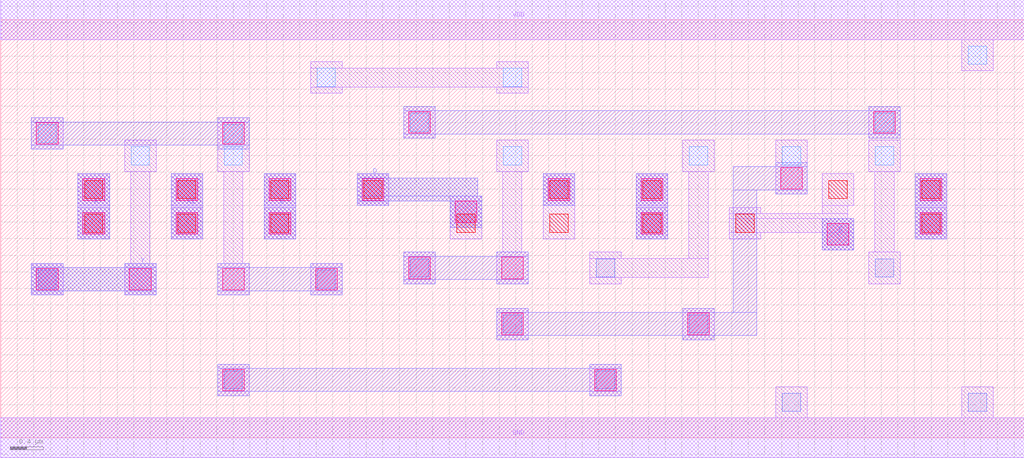
<source format=lef>
MACRO AOOAOAOI212111
 CLASS CORE ;
 FOREIGN AOOAOAOI212111 0 0 ;
 SIZE 12.32 BY 5.04 ;
 ORIGIN 0 0 ;
 SYMMETRY X Y R90 ;
 SITE unit ;
  PIN VDD
   DIRECTION INOUT ;
   USE POWER ;
   SHAPE ABUTMENT ;
    PORT
     CLASS CORE ;
       LAYER met1 ;
        RECT 0.00000000 4.80000000 12.32000000 5.28000000 ;
    END
  END VDD

  PIN GND
   DIRECTION INOUT ;
   USE POWER ;
   SHAPE ABUTMENT ;
    PORT
     CLASS CORE ;
       LAYER met1 ;
        RECT 0.00000000 -0.24000000 12.32000000 0.24000000 ;
    END
  END GND

  PIN Y
   DIRECTION INOUT ;
   USE SIGNAL ;
   SHAPE ABUTMENT ;
    PORT
     CLASS CORE ;
       LAYER met2 ;
        RECT 0.37000000 1.72200000 0.75000000 1.77200000 ;
        RECT 1.49000000 1.72200000 1.87000000 1.77200000 ;
        RECT 0.37000000 1.77200000 1.87000000 2.05200000 ;
        RECT 0.37000000 2.05200000 0.75000000 2.10200000 ;
        RECT 1.49000000 2.05200000 1.87000000 2.10200000 ;
    END
  END Y

  PIN A1
   DIRECTION INOUT ;
   USE SIGNAL ;
   SHAPE ABUTMENT ;
    PORT
     CLASS CORE ;
       LAYER met2 ;
        RECT 2.05000000 2.39700000 2.43000000 3.18200000 ;
    END
  END A1

  PIN B
   DIRECTION INOUT ;
   USE SIGNAL ;
   SHAPE ABUTMENT ;
    PORT
     CLASS CORE ;
       LAYER met2 ;
        RECT 3.17000000 2.39700000 3.55000000 3.18200000 ;
    END
  END B

  PIN D
   DIRECTION INOUT ;
   USE SIGNAL ;
   SHAPE ABUTMENT ;
    PORT
     CLASS CORE ;
       LAYER met2 ;
        RECT 4.29000000 2.80200000 4.67000000 2.85200000 ;
        RECT 5.41000000 2.53200000 5.79000000 2.85200000 ;
        RECT 4.29000000 2.85200000 5.79000000 2.91200000 ;
        RECT 4.29000000 2.91200000 5.74000000 3.13200000 ;
        RECT 4.29000000 3.13200000 4.67000000 3.18200000 ;
    END
  END D

  PIN E
   DIRECTION INOUT ;
   USE SIGNAL ;
   SHAPE ABUTMENT ;
    PORT
     CLASS CORE ;
       LAYER met2 ;
        RECT 9.89000000 2.26200000 10.27000000 2.64200000 ;
    END
  END E

  PIN C1
   DIRECTION INOUT ;
   USE SIGNAL ;
   SHAPE ABUTMENT ;
    PORT
     CLASS CORE ;
       LAYER met2 ;
        RECT 6.53000000 2.80200000 6.91000000 3.18200000 ;
    END
  END C1

  PIN C
   DIRECTION INOUT ;
   USE SIGNAL ;
   SHAPE ABUTMENT ;
    PORT
     CLASS CORE ;
       LAYER met2 ;
        RECT 7.65000000 2.39700000 8.03000000 3.18200000 ;
    END
  END C

  PIN F
   DIRECTION INOUT ;
   USE SIGNAL ;
   SHAPE ABUTMENT ;
    PORT
     CLASS CORE ;
       LAYER met2 ;
        RECT 11.01000000 2.39700000 11.39000000 3.18200000 ;
    END
  END F

  PIN A
   DIRECTION INOUT ;
   USE SIGNAL ;
   SHAPE ABUTMENT ;
    PORT
     CLASS CORE ;
       LAYER met2 ;
        RECT 0.93000000 2.39700000 1.31000000 3.18200000 ;
    END
  END A

 OBS
    LAYER polycont ;
     RECT 1.01000000 2.47700000 1.23000000 2.69700000 ;
     RECT 2.13000000 2.47700000 2.35000000 2.69700000 ;
     RECT 3.25000000 2.47700000 3.47000000 2.69700000 ;
     RECT 5.49000000 2.47700000 5.71000000 2.69700000 ;
     RECT 6.61000000 2.47700000 6.83000000 2.69700000 ;
     RECT 7.73000000 2.47700000 7.95000000 2.69700000 ;
     RECT 8.85000000 2.47700000 9.07000000 2.69700000 ;
     RECT 11.09000000 2.47700000 11.31000000 2.69700000 ;
     RECT 1.01000000 2.88200000 1.23000000 3.10200000 ;
     RECT 2.13000000 2.88200000 2.35000000 3.10200000 ;
     RECT 3.25000000 2.88200000 3.47000000 3.10200000 ;
     RECT 4.37000000 2.88200000 4.59000000 3.10200000 ;
     RECT 6.61000000 2.88200000 6.83000000 3.10200000 ;
     RECT 7.73000000 2.88200000 7.95000000 3.10200000 ;
     RECT 9.97000000 2.88200000 10.19000000 3.10200000 ;
     RECT 11.09000000 2.88200000 11.31000000 3.10200000 ;

    LAYER pdiffc ;
     RECT 1.57000000 3.28700000 1.79000000 3.50700000 ;
     RECT 2.69000000 3.28700000 2.91000000 3.50700000 ;
     RECT 6.05000000 3.28700000 6.27000000 3.50700000 ;
     RECT 8.29000000 3.28700000 8.51000000 3.50700000 ;
     RECT 9.41000000 3.28700000 9.63000000 3.50700000 ;
     RECT 10.53000000 3.28700000 10.75000000 3.50700000 ;
     RECT 0.45000000 3.55700000 0.67000000 3.77700000 ;
     RECT 2.69000000 3.55700000 2.91000000 3.77700000 ;
     RECT 4.93000000 3.69200000 5.15000000 3.91200000 ;
     RECT 10.53000000 3.69200000 10.75000000 3.91200000 ;
     RECT 3.81000000 4.23200000 4.03000000 4.45200000 ;
     RECT 6.05000000 4.23200000 6.27000000 4.45200000 ;
     RECT 11.65000000 4.50200000 11.87000000 4.72200000 ;

    LAYER ndiffc ;
     RECT 9.41000000 0.31700000 9.63000000 0.53700000 ;
     RECT 11.65000000 0.31700000 11.87000000 0.53700000 ;
     RECT 2.69000000 0.58700000 2.91000000 0.80700000 ;
     RECT 7.17000000 0.58700000 7.39000000 0.80700000 ;
     RECT 6.05000000 1.26200000 6.27000000 1.48200000 ;
     RECT 8.29000000 1.26200000 8.51000000 1.48200000 ;
     RECT 0.45000000 1.80200000 0.67000000 2.02200000 ;
     RECT 3.81000000 1.80200000 4.03000000 2.02200000 ;
     RECT 4.93000000 1.93700000 5.15000000 2.15700000 ;
     RECT 7.17000000 1.93700000 7.39000000 2.15700000 ;
     RECT 10.53000000 1.93700000 10.75000000 2.15700000 ;

    LAYER met1 ;
     RECT 0.00000000 -0.24000000 12.32000000 0.24000000 ;
     RECT 9.33000000 0.24000000 9.71000000 0.61700000 ;
     RECT 11.57000000 0.24000000 11.95000000 0.61700000 ;
     RECT 2.61000000 0.50700000 2.99000000 0.88700000 ;
     RECT 7.09000000 0.50700000 7.47000000 0.88700000 ;
     RECT 5.97000000 1.18200000 6.35000000 1.56200000 ;
     RECT 8.21000000 1.18200000 8.59000000 1.56200000 ;
     RECT 0.37000000 1.72200000 0.75000000 2.10200000 ;
     RECT 3.73000000 1.72200000 4.11000000 2.10200000 ;
     RECT 4.85000000 1.85700000 5.23000000 2.23700000 ;
     RECT 0.93000000 2.39700000 1.31000000 2.77700000 ;
     RECT 2.05000000 2.39700000 2.43000000 2.77700000 ;
     RECT 3.17000000 2.39700000 3.55000000 2.77700000 ;
     RECT 7.65000000 2.39700000 8.03000000 2.77700000 ;
     RECT 11.01000000 2.39700000 11.39000000 2.77700000 ;
     RECT 5.41000000 2.39700000 5.79000000 2.91200000 ;
     RECT 0.93000000 2.80200000 1.31000000 3.18200000 ;
     RECT 2.05000000 2.80200000 2.43000000 3.18200000 ;
     RECT 3.17000000 2.80200000 3.55000000 3.18200000 ;
     RECT 4.29000000 2.80200000 4.67000000 3.18200000 ;
     RECT 6.53000000 2.39700000 6.91000000 3.18200000 ;
     RECT 7.65000000 2.80200000 8.03000000 3.18200000 ;
     RECT 8.77000000 2.39700000 9.15000000 2.47200000 ;
     RECT 9.89000000 2.26200000 10.27000000 2.47200000 ;
     RECT 8.77000000 2.47200000 10.27000000 2.64200000 ;
     RECT 8.77000000 2.64200000 10.19500000 2.70200000 ;
     RECT 8.77000000 2.70200000 9.15000000 2.77700000 ;
     RECT 9.89000000 2.70200000 10.19500000 2.80200000 ;
     RECT 9.89000000 2.80200000 10.27000000 3.18200000 ;
     RECT 11.01000000 2.80200000 11.39000000 3.18200000 ;
     RECT 1.49000000 1.72200000 1.87000000 2.10200000 ;
     RECT 1.56500000 2.10200000 1.79500000 3.20700000 ;
     RECT 1.49000000 3.20700000 1.87000000 3.58700000 ;
     RECT 5.97000000 1.85700000 6.35000000 2.23700000 ;
     RECT 6.04500000 2.23700000 6.27500000 3.20700000 ;
     RECT 5.97000000 3.20700000 6.35000000 3.58700000 ;
     RECT 7.09000000 1.85700000 7.47000000 1.93200000 ;
     RECT 7.09000000 1.93200000 8.51500000 2.16200000 ;
     RECT 7.09000000 2.16200000 7.47000000 2.23700000 ;
     RECT 8.28500000 2.16200000 8.51500000 3.20700000 ;
     RECT 8.21000000 3.20700000 8.59000000 3.58700000 ;
     RECT 9.33000000 2.93700000 9.71000000 3.58700000 ;
     RECT 10.45000000 1.85700000 10.83000000 2.23700000 ;
     RECT 10.52500000 2.23700000 10.75500000 3.20700000 ;
     RECT 10.45000000 3.20700000 10.83000000 3.58700000 ;
     RECT 0.37000000 3.47700000 0.75000000 3.85700000 ;
     RECT 2.61000000 1.72200000 2.99000000 2.10200000 ;
     RECT 2.68500000 2.10200000 2.91500000 3.20700000 ;
     RECT 2.61000000 3.20700000 2.99000000 3.85700000 ;
     RECT 4.85000000 3.61200000 5.23000000 3.99200000 ;
     RECT 10.45000000 3.61200000 10.83000000 3.99200000 ;
     RECT 3.73000000 4.15200000 4.11000000 4.22700000 ;
     RECT 5.97000000 4.15200000 6.35000000 4.22700000 ;
     RECT 3.73000000 4.22700000 6.35000000 4.45700000 ;
     RECT 3.73000000 4.45700000 4.11000000 4.53200000 ;
     RECT 5.97000000 4.45700000 6.35000000 4.53200000 ;
     RECT 11.57000000 4.42200000 11.95000000 4.80000000 ;
     RECT 0.00000000 4.80000000 12.32000000 5.28000000 ;

    LAYER via1 ;
     RECT 2.67000000 0.56700000 2.93000000 0.82700000 ;
     RECT 7.15000000 0.56700000 7.41000000 0.82700000 ;
     RECT 6.03000000 1.24200000 6.29000000 1.50200000 ;
     RECT 8.27000000 1.24200000 8.53000000 1.50200000 ;
     RECT 0.43000000 1.78200000 0.69000000 2.04200000 ;
     RECT 1.55000000 1.78200000 1.81000000 2.04200000 ;
     RECT 2.67000000 1.78200000 2.93000000 2.04200000 ;
     RECT 3.79000000 1.78200000 4.05000000 2.04200000 ;
     RECT 4.91000000 1.91700000 5.17000000 2.17700000 ;
     RECT 6.03000000 1.91700000 6.29000000 2.17700000 ;
     RECT 9.95000000 2.32200000 10.21000000 2.58200000 ;
     RECT 0.99000000 2.45700000 1.25000000 2.71700000 ;
     RECT 2.11000000 2.45700000 2.37000000 2.71700000 ;
     RECT 3.23000000 2.45700000 3.49000000 2.71700000 ;
     RECT 7.71000000 2.45700000 7.97000000 2.71700000 ;
     RECT 11.07000000 2.45700000 11.33000000 2.71700000 ;
     RECT 5.47000000 2.59200000 5.73000000 2.85200000 ;
     RECT 0.99000000 2.86200000 1.25000000 3.12200000 ;
     RECT 2.11000000 2.86200000 2.37000000 3.12200000 ;
     RECT 3.23000000 2.86200000 3.49000000 3.12200000 ;
     RECT 4.35000000 2.86200000 4.61000000 3.12200000 ;
     RECT 6.59000000 2.86200000 6.85000000 3.12200000 ;
     RECT 7.71000000 2.86200000 7.97000000 3.12200000 ;
     RECT 11.07000000 2.86200000 11.33000000 3.12200000 ;
     RECT 9.39000000 2.99700000 9.65000000 3.25700000 ;
     RECT 0.43000000 3.53700000 0.69000000 3.79700000 ;
     RECT 2.67000000 3.53700000 2.93000000 3.79700000 ;
     RECT 4.91000000 3.67200000 5.17000000 3.93200000 ;
     RECT 10.51000000 3.67200000 10.77000000 3.93200000 ;

    LAYER met2 ;
     RECT 2.61000000 0.50700000 2.99000000 0.55700000 ;
     RECT 7.09000000 0.50700000 7.47000000 0.55700000 ;
     RECT 2.61000000 0.55700000 7.47000000 0.83700000 ;
     RECT 2.61000000 0.83700000 2.99000000 0.88700000 ;
     RECT 7.09000000 0.83700000 7.47000000 0.88700000 ;
     RECT 0.37000000 1.72200000 0.75000000 1.77200000 ;
     RECT 1.49000000 1.72200000 1.87000000 1.77200000 ;
     RECT 0.37000000 1.77200000 1.87000000 2.05200000 ;
     RECT 0.37000000 2.05200000 0.75000000 2.10200000 ;
     RECT 1.49000000 2.05200000 1.87000000 2.10200000 ;
     RECT 2.61000000 1.72200000 2.99000000 1.77200000 ;
     RECT 3.73000000 1.72200000 4.11000000 1.77200000 ;
     RECT 2.61000000 1.77200000 4.11000000 2.05200000 ;
     RECT 2.61000000 2.05200000 2.99000000 2.10200000 ;
     RECT 3.73000000 2.05200000 4.11000000 2.10200000 ;
     RECT 4.85000000 1.85700000 5.23000000 1.90700000 ;
     RECT 5.97000000 1.85700000 6.35000000 1.90700000 ;
     RECT 4.85000000 1.90700000 6.35000000 2.18700000 ;
     RECT 4.85000000 2.18700000 5.23000000 2.23700000 ;
     RECT 5.97000000 2.18700000 6.35000000 2.23700000 ;
     RECT 9.89000000 2.26200000 10.27000000 2.64200000 ;
     RECT 0.93000000 2.39700000 1.31000000 3.18200000 ;
     RECT 2.05000000 2.39700000 2.43000000 3.18200000 ;
     RECT 3.17000000 2.39700000 3.55000000 3.18200000 ;
     RECT 4.29000000 2.80200000 4.67000000 2.85200000 ;
     RECT 5.41000000 2.53200000 5.79000000 2.85200000 ;
     RECT 4.29000000 2.85200000 5.79000000 2.91200000 ;
     RECT 4.29000000 2.91200000 5.74000000 3.13200000 ;
     RECT 4.29000000 3.13200000 4.67000000 3.18200000 ;
     RECT 6.53000000 2.80200000 6.91000000 3.18200000 ;
     RECT 7.65000000 2.39700000 8.03000000 3.18200000 ;
     RECT 11.01000000 2.39700000 11.39000000 3.18200000 ;
     RECT 5.97000000 1.18200000 6.35000000 1.23200000 ;
     RECT 8.21000000 1.18200000 8.59000000 1.23200000 ;
     RECT 5.97000000 1.23200000 9.10000000 1.51200000 ;
     RECT 5.97000000 1.51200000 6.35000000 1.56200000 ;
     RECT 8.21000000 1.51200000 8.59000000 1.56200000 ;
     RECT 8.82000000 1.51200000 9.10000000 2.98700000 ;
     RECT 9.33000000 2.93700000 9.71000000 2.98700000 ;
     RECT 8.82000000 2.98700000 9.71000000 3.26700000 ;
     RECT 9.33000000 3.26700000 9.71000000 3.31700000 ;
     RECT 0.37000000 3.47700000 0.75000000 3.52700000 ;
     RECT 2.61000000 3.47700000 2.99000000 3.52700000 ;
     RECT 0.37000000 3.52700000 2.99000000 3.80700000 ;
     RECT 0.37000000 3.80700000 0.75000000 3.85700000 ;
     RECT 2.61000000 3.80700000 2.99000000 3.85700000 ;
     RECT 4.85000000 3.61200000 5.23000000 3.66200000 ;
     RECT 10.45000000 3.61200000 10.83000000 3.66200000 ;
     RECT 4.85000000 3.66200000 10.83000000 3.94200000 ;
     RECT 4.85000000 3.94200000 5.23000000 3.99200000 ;
     RECT 10.45000000 3.94200000 10.83000000 3.99200000 ;

 END
END AOOAOAOI212111

</source>
